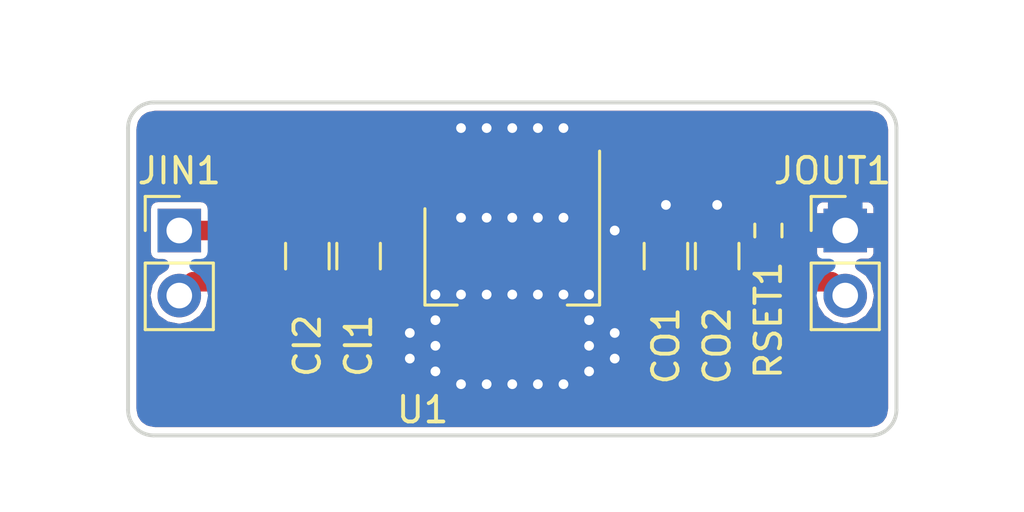
<source format=kicad_pcb>
(kicad_pcb (version 4) (host pcbnew 4.0.7)

  (general
    (links 14)
    (no_connects 0)
    (area 130 110 170.000001 130.000001)
    (thickness 1.6)
    (drawings 8)
    (tracks 101)
    (zones 0)
    (modules 8)
    (nets 5)
  )

  (page A4)
  (layers
    (0 F.Cu signal)
    (31 B.Cu signal)
    (32 B.Adhes user)
    (33 F.Adhes user)
    (34 B.Paste user)
    (35 F.Paste user)
    (36 B.SilkS user)
    (37 F.SilkS user)
    (38 B.Mask user)
    (39 F.Mask user)
    (40 Dwgs.User user)
    (41 Cmts.User user)
    (42 Eco1.User user)
    (43 Eco2.User user)
    (44 Edge.Cuts user)
    (45 Margin user)
    (46 B.CrtYd user)
    (47 F.CrtYd user)
    (48 B.Fab user)
    (49 F.Fab user)
  )

  (setup
    (last_trace_width 0.1524)
    (trace_clearance 0.1524)
    (zone_clearance 0.25)
    (zone_45_only no)
    (trace_min 0.1524)
    (segment_width 0.2)
    (edge_width 0.15)
    (via_size 0.508)
    (via_drill 0.254)
    (via_min_size 0.508)
    (via_min_drill 0.254)
    (uvia_size 0.3)
    (uvia_drill 0.1)
    (uvias_allowed no)
    (uvia_min_size 0.2)
    (uvia_min_drill 0.1)
    (pcb_text_width 0.3)
    (pcb_text_size 1.5 1.5)
    (mod_edge_width 0.15)
    (mod_text_size 1 1)
    (mod_text_width 0.15)
    (pad_size 1.524 1.524)
    (pad_drill 0.762)
    (pad_to_mask_clearance 0.2)
    (aux_axis_origin 150 120)
    (grid_origin 150 120)
    (visible_elements 7FFFFFFF)
    (pcbplotparams
      (layerselection 0x00030_80000001)
      (usegerberextensions false)
      (excludeedgelayer true)
      (linewidth 0.100000)
      (plotframeref false)
      (viasonmask false)
      (mode 1)
      (useauxorigin false)
      (hpglpennumber 1)
      (hpglpenspeed 20)
      (hpglpendiameter 15)
      (hpglpenoverlay 2)
      (psnegative false)
      (psa4output false)
      (plotreference true)
      (plotvalue true)
      (plotinvisibletext false)
      (padsonsilk false)
      (subtractmaskfromsilk false)
      (outputformat 1)
      (mirror false)
      (drillshape 1)
      (scaleselection 1)
      (outputdirectory ""))
  )

  (net 0 "")
  (net 1 GND)
  (net 2 /IN)
  (net 3 /OUT)
  (net 4 /SET)

  (net_class Default "This is the default net class."
    (clearance 0.1524)
    (trace_width 0.1524)
    (via_dia 0.508)
    (via_drill 0.254)
    (uvia_dia 0.3)
    (uvia_drill 0.1)
    (add_net /SET)
  )

  (net_class POWER ""
    (clearance 0.1524)
    (trace_width 0.762)
    (via_dia 0.762)
    (via_drill 0.381)
    (uvia_dia 0.3)
    (uvia_drill 0.1)
    (add_net /IN)
    (add_net /OUT)
    (add_net GND)
  )

  (module Capacitors_SMD:C_0805 (layer F.Cu) (tedit 58AA8463) (tstamp 5A2ABF64)
    (at 144 120 270)
    (descr "Capacitor SMD 0805, reflow soldering, AVX (see smccp.pdf)")
    (tags "capacitor 0805")
    (path /5A2A83B9)
    (attr smd)
    (fp_text reference CI1 (at 3.5 0 450) (layer F.SilkS)
      (effects (font (size 1 1) (thickness 0.15)))
    )
    (fp_text value 10uF (at 0 0 270) (layer F.Fab)
      (effects (font (size 1 1) (thickness 0.15)))
    )
    (fp_text user %R (at 0 -1.5 270) (layer F.Fab)
      (effects (font (size 1 1) (thickness 0.15)))
    )
    (fp_line (start -1 0.62) (end -1 -0.62) (layer F.Fab) (width 0.1))
    (fp_line (start 1 0.62) (end -1 0.62) (layer F.Fab) (width 0.1))
    (fp_line (start 1 -0.62) (end 1 0.62) (layer F.Fab) (width 0.1))
    (fp_line (start -1 -0.62) (end 1 -0.62) (layer F.Fab) (width 0.1))
    (fp_line (start 0.5 -0.85) (end -0.5 -0.85) (layer F.SilkS) (width 0.12))
    (fp_line (start -0.5 0.85) (end 0.5 0.85) (layer F.SilkS) (width 0.12))
    (fp_line (start -1.75 -0.88) (end 1.75 -0.88) (layer F.CrtYd) (width 0.05))
    (fp_line (start -1.75 -0.88) (end -1.75 0.87) (layer F.CrtYd) (width 0.05))
    (fp_line (start 1.75 0.87) (end 1.75 -0.88) (layer F.CrtYd) (width 0.05))
    (fp_line (start 1.75 0.87) (end -1.75 0.87) (layer F.CrtYd) (width 0.05))
    (pad 1 smd rect (at -1 0 270) (size 1 1.25) (layers F.Cu F.Paste F.Mask)
      (net 2 /IN))
    (pad 2 smd rect (at 1 0 270) (size 1 1.25) (layers F.Cu F.Paste F.Mask)
      (net 1 GND))
    (model Capacitors_SMD.3dshapes/C_0805.wrl
      (at (xyz 0 0 0))
      (scale (xyz 1 1 1))
      (rotate (xyz 0 0 0))
    )
  )

  (module Capacitors_SMD:C_0805 (layer F.Cu) (tedit 58AA8463) (tstamp 5A2ABF6A)
    (at 142 120 270)
    (descr "Capacitor SMD 0805, reflow soldering, AVX (see smccp.pdf)")
    (tags "capacitor 0805")
    (path /5A2A8133)
    (attr smd)
    (fp_text reference CI2 (at 3.5 0 450) (layer F.SilkS)
      (effects (font (size 1 1) (thickness 0.15)))
    )
    (fp_text value 10uF (at 0 0 270) (layer F.Fab)
      (effects (font (size 1 1) (thickness 0.15)))
    )
    (fp_text user %R (at 0 -1.5 270) (layer F.Fab)
      (effects (font (size 1 1) (thickness 0.15)))
    )
    (fp_line (start -1 0.62) (end -1 -0.62) (layer F.Fab) (width 0.1))
    (fp_line (start 1 0.62) (end -1 0.62) (layer F.Fab) (width 0.1))
    (fp_line (start 1 -0.62) (end 1 0.62) (layer F.Fab) (width 0.1))
    (fp_line (start -1 -0.62) (end 1 -0.62) (layer F.Fab) (width 0.1))
    (fp_line (start 0.5 -0.85) (end -0.5 -0.85) (layer F.SilkS) (width 0.12))
    (fp_line (start -0.5 0.85) (end 0.5 0.85) (layer F.SilkS) (width 0.12))
    (fp_line (start -1.75 -0.88) (end 1.75 -0.88) (layer F.CrtYd) (width 0.05))
    (fp_line (start -1.75 -0.88) (end -1.75 0.87) (layer F.CrtYd) (width 0.05))
    (fp_line (start 1.75 0.87) (end 1.75 -0.88) (layer F.CrtYd) (width 0.05))
    (fp_line (start 1.75 0.87) (end -1.75 0.87) (layer F.CrtYd) (width 0.05))
    (pad 1 smd rect (at -1 0 270) (size 1 1.25) (layers F.Cu F.Paste F.Mask)
      (net 2 /IN))
    (pad 2 smd rect (at 1 0 270) (size 1 1.25) (layers F.Cu F.Paste F.Mask)
      (net 1 GND))
    (model Capacitors_SMD.3dshapes/C_0805.wrl
      (at (xyz 0 0 0))
      (scale (xyz 1 1 1))
      (rotate (xyz 0 0 0))
    )
  )

  (module Capacitors_SMD:C_0805 (layer F.Cu) (tedit 58AA8463) (tstamp 5A2ABF70)
    (at 156 120 270)
    (descr "Capacitor SMD 0805, reflow soldering, AVX (see smccp.pdf)")
    (tags "capacitor 0805")
    (path /5A2A8423)
    (attr smd)
    (fp_text reference CO1 (at 3.5 0 270) (layer F.SilkS)
      (effects (font (size 1 1) (thickness 0.15)))
    )
    (fp_text value 10uF (at 0 0 270) (layer F.Fab)
      (effects (font (size 1 1) (thickness 0.15)))
    )
    (fp_text user %R (at 0 -1.5 270) (layer F.Fab)
      (effects (font (size 1 1) (thickness 0.15)))
    )
    (fp_line (start -1 0.62) (end -1 -0.62) (layer F.Fab) (width 0.1))
    (fp_line (start 1 0.62) (end -1 0.62) (layer F.Fab) (width 0.1))
    (fp_line (start 1 -0.62) (end 1 0.62) (layer F.Fab) (width 0.1))
    (fp_line (start -1 -0.62) (end 1 -0.62) (layer F.Fab) (width 0.1))
    (fp_line (start 0.5 -0.85) (end -0.5 -0.85) (layer F.SilkS) (width 0.12))
    (fp_line (start -0.5 0.85) (end 0.5 0.85) (layer F.SilkS) (width 0.12))
    (fp_line (start -1.75 -0.88) (end 1.75 -0.88) (layer F.CrtYd) (width 0.05))
    (fp_line (start -1.75 -0.88) (end -1.75 0.87) (layer F.CrtYd) (width 0.05))
    (fp_line (start 1.75 0.87) (end 1.75 -0.88) (layer F.CrtYd) (width 0.05))
    (fp_line (start 1.75 0.87) (end -1.75 0.87) (layer F.CrtYd) (width 0.05))
    (pad 1 smd rect (at -1 0 270) (size 1 1.25) (layers F.Cu F.Paste F.Mask)
      (net 3 /OUT))
    (pad 2 smd rect (at 1 0 270) (size 1 1.25) (layers F.Cu F.Paste F.Mask)
      (net 1 GND))
    (model Capacitors_SMD.3dshapes/C_0805.wrl
      (at (xyz 0 0 0))
      (scale (xyz 1 1 1))
      (rotate (xyz 0 0 0))
    )
  )

  (module Capacitors_SMD:C_0805 (layer F.Cu) (tedit 58AA8463) (tstamp 5A2ABF76)
    (at 158 120 270)
    (descr "Capacitor SMD 0805, reflow soldering, AVX (see smccp.pdf)")
    (tags "capacitor 0805")
    (path /5A2A8416)
    (attr smd)
    (fp_text reference CO2 (at 3.5 0 270) (layer F.SilkS)
      (effects (font (size 1 1) (thickness 0.15)))
    )
    (fp_text value 10uF (at 0 0 270) (layer F.Fab)
      (effects (font (size 1 1) (thickness 0.15)))
    )
    (fp_text user %R (at 0 -1.5 270) (layer F.Fab)
      (effects (font (size 1 1) (thickness 0.15)))
    )
    (fp_line (start -1 0.62) (end -1 -0.62) (layer F.Fab) (width 0.1))
    (fp_line (start 1 0.62) (end -1 0.62) (layer F.Fab) (width 0.1))
    (fp_line (start 1 -0.62) (end 1 0.62) (layer F.Fab) (width 0.1))
    (fp_line (start -1 -0.62) (end 1 -0.62) (layer F.Fab) (width 0.1))
    (fp_line (start 0.5 -0.85) (end -0.5 -0.85) (layer F.SilkS) (width 0.12))
    (fp_line (start -0.5 0.85) (end 0.5 0.85) (layer F.SilkS) (width 0.12))
    (fp_line (start -1.75 -0.88) (end 1.75 -0.88) (layer F.CrtYd) (width 0.05))
    (fp_line (start -1.75 -0.88) (end -1.75 0.87) (layer F.CrtYd) (width 0.05))
    (fp_line (start 1.75 0.87) (end 1.75 -0.88) (layer F.CrtYd) (width 0.05))
    (fp_line (start 1.75 0.87) (end -1.75 0.87) (layer F.CrtYd) (width 0.05))
    (pad 1 smd rect (at -1 0 270) (size 1 1.25) (layers F.Cu F.Paste F.Mask)
      (net 3 /OUT))
    (pad 2 smd rect (at 1 0 270) (size 1 1.25) (layers F.Cu F.Paste F.Mask)
      (net 1 GND))
    (model Capacitors_SMD.3dshapes/C_0805.wrl
      (at (xyz 0 0 0))
      (scale (xyz 1 1 1))
      (rotate (xyz 0 0 0))
    )
  )

  (module Pin_Headers:Pin_Header_Straight_1x02_Pitch2.54mm (layer F.Cu) (tedit 59650532) (tstamp 5A2ABF7C)
    (at 137 119)
    (descr "Through hole straight pin header, 1x02, 2.54mm pitch, single row")
    (tags "Through hole pin header THT 1x02 2.54mm single row")
    (path /5A2AC011)
    (fp_text reference JIN1 (at 0 -2.33) (layer F.SilkS)
      (effects (font (size 1 1) (thickness 0.15)))
    )
    (fp_text value Conn_01x02 (at 1 1 90) (layer F.Fab)
      (effects (font (size 1 1) (thickness 0.15)))
    )
    (fp_line (start -0.635 -1.27) (end 1.27 -1.27) (layer F.Fab) (width 0.1))
    (fp_line (start 1.27 -1.27) (end 1.27 3.81) (layer F.Fab) (width 0.1))
    (fp_line (start 1.27 3.81) (end -1.27 3.81) (layer F.Fab) (width 0.1))
    (fp_line (start -1.27 3.81) (end -1.27 -0.635) (layer F.Fab) (width 0.1))
    (fp_line (start -1.27 -0.635) (end -0.635 -1.27) (layer F.Fab) (width 0.1))
    (fp_line (start -1.33 3.87) (end 1.33 3.87) (layer F.SilkS) (width 0.12))
    (fp_line (start -1.33 1.27) (end -1.33 3.87) (layer F.SilkS) (width 0.12))
    (fp_line (start 1.33 1.27) (end 1.33 3.87) (layer F.SilkS) (width 0.12))
    (fp_line (start -1.33 1.27) (end 1.33 1.27) (layer F.SilkS) (width 0.12))
    (fp_line (start -1.33 0) (end -1.33 -1.33) (layer F.SilkS) (width 0.12))
    (fp_line (start -1.33 -1.33) (end 0 -1.33) (layer F.SilkS) (width 0.12))
    (fp_line (start -1.8 -1.8) (end -1.8 4.35) (layer F.CrtYd) (width 0.05))
    (fp_line (start -1.8 4.35) (end 1.8 4.35) (layer F.CrtYd) (width 0.05))
    (fp_line (start 1.8 4.35) (end 1.8 -1.8) (layer F.CrtYd) (width 0.05))
    (fp_line (start 1.8 -1.8) (end -1.8 -1.8) (layer F.CrtYd) (width 0.05))
    (fp_text user %R (at -0.5 1.27 90) (layer F.Fab)
      (effects (font (size 1 1) (thickness 0.15)))
    )
    (pad 1 thru_hole rect (at 0 0) (size 1.7 1.7) (drill 1) (layers *.Cu *.Mask)
      (net 2 /IN))
    (pad 2 thru_hole oval (at 0 2.54) (size 1.7 1.7) (drill 1) (layers *.Cu *.Mask)
      (net 1 GND))
    (model ${KISYS3DMOD}/Pin_Headers.3dshapes/Pin_Header_Straight_1x02_Pitch2.54mm.wrl
      (at (xyz 0 0 0))
      (scale (xyz 1 1 1))
      (rotate (xyz 0 0 0))
    )
  )

  (module Pin_Headers:Pin_Header_Straight_1x02_Pitch2.54mm (layer F.Cu) (tedit 59650532) (tstamp 5A2ABF82)
    (at 163 119)
    (descr "Through hole straight pin header, 1x02, 2.54mm pitch, single row")
    (tags "Through hole pin header THT 1x02 2.54mm single row")
    (path /5A2ABEC2)
    (fp_text reference JOUT1 (at -0.5 -2.33 180) (layer F.SilkS)
      (effects (font (size 1 1) (thickness 0.15)))
    )
    (fp_text value Conn_01x02 (at 1 1 90) (layer F.Fab)
      (effects (font (size 1 1) (thickness 0.15)))
    )
    (fp_line (start -0.635 -1.27) (end 1.27 -1.27) (layer F.Fab) (width 0.1))
    (fp_line (start 1.27 -1.27) (end 1.27 3.81) (layer F.Fab) (width 0.1))
    (fp_line (start 1.27 3.81) (end -1.27 3.81) (layer F.Fab) (width 0.1))
    (fp_line (start -1.27 3.81) (end -1.27 -0.635) (layer F.Fab) (width 0.1))
    (fp_line (start -1.27 -0.635) (end -0.635 -1.27) (layer F.Fab) (width 0.1))
    (fp_line (start -1.33 3.87) (end 1.33 3.87) (layer F.SilkS) (width 0.12))
    (fp_line (start -1.33 1.27) (end -1.33 3.87) (layer F.SilkS) (width 0.12))
    (fp_line (start 1.33 1.27) (end 1.33 3.87) (layer F.SilkS) (width 0.12))
    (fp_line (start -1.33 1.27) (end 1.33 1.27) (layer F.SilkS) (width 0.12))
    (fp_line (start -1.33 0) (end -1.33 -1.33) (layer F.SilkS) (width 0.12))
    (fp_line (start -1.33 -1.33) (end 0 -1.33) (layer F.SilkS) (width 0.12))
    (fp_line (start -1.8 -1.8) (end -1.8 4.35) (layer F.CrtYd) (width 0.05))
    (fp_line (start -1.8 4.35) (end 1.8 4.35) (layer F.CrtYd) (width 0.05))
    (fp_line (start 1.8 4.35) (end 1.8 -1.8) (layer F.CrtYd) (width 0.05))
    (fp_line (start 1.8 -1.8) (end -1.8 -1.8) (layer F.CrtYd) (width 0.05))
    (fp_text user %R (at -0.5 1 90) (layer F.Fab)
      (effects (font (size 1 1) (thickness 0.15)))
    )
    (pad 1 thru_hole rect (at 0 0) (size 1.7 1.7) (drill 1) (layers *.Cu *.Mask)
      (net 3 /OUT))
    (pad 2 thru_hole oval (at 0 2.54) (size 1.7 1.7) (drill 1) (layers *.Cu *.Mask)
      (net 1 GND))
    (model ${KISYS3DMOD}/Pin_Headers.3dshapes/Pin_Header_Straight_1x02_Pitch2.54mm.wrl
      (at (xyz 0 0 0))
      (scale (xyz 1 1 1))
      (rotate (xyz 0 0 0))
    )
  )

  (module Resistors_SMD:R_0402 (layer F.Cu) (tedit 58E0A804) (tstamp 5A2ABF88)
    (at 160 119 270)
    (descr "Resistor SMD 0402, reflow soldering, Vishay (see dcrcw.pdf)")
    (tags "resistor 0402")
    (path /5A2A8283)
    (attr smd)
    (fp_text reference RSET1 (at 3.5 0 270) (layer F.SilkS)
      (effects (font (size 1 1) (thickness 0.15)))
    )
    (fp_text value 99.999k (at 0 0 270) (layer F.Fab)
      (effects (font (size 1 1) (thickness 0.15)))
    )
    (fp_text user %R (at 0 -1.35 270) (layer F.Fab)
      (effects (font (size 1 1) (thickness 0.15)))
    )
    (fp_line (start -0.5 0.25) (end -0.5 -0.25) (layer F.Fab) (width 0.1))
    (fp_line (start 0.5 0.25) (end -0.5 0.25) (layer F.Fab) (width 0.1))
    (fp_line (start 0.5 -0.25) (end 0.5 0.25) (layer F.Fab) (width 0.1))
    (fp_line (start -0.5 -0.25) (end 0.5 -0.25) (layer F.Fab) (width 0.1))
    (fp_line (start 0.25 -0.53) (end -0.25 -0.53) (layer F.SilkS) (width 0.12))
    (fp_line (start -0.25 0.53) (end 0.25 0.53) (layer F.SilkS) (width 0.12))
    (fp_line (start -0.8 -0.45) (end 0.8 -0.45) (layer F.CrtYd) (width 0.05))
    (fp_line (start -0.8 -0.45) (end -0.8 0.45) (layer F.CrtYd) (width 0.05))
    (fp_line (start 0.8 0.45) (end 0.8 -0.45) (layer F.CrtYd) (width 0.05))
    (fp_line (start 0.8 0.45) (end -0.8 0.45) (layer F.CrtYd) (width 0.05))
    (pad 1 smd rect (at -0.45 0 270) (size 0.4 0.6) (layers F.Cu F.Paste F.Mask)
      (net 4 /SET))
    (pad 2 smd rect (at 0.45 0 270) (size 0.4 0.6) (layers F.Cu F.Paste F.Mask)
      (net 1 GND))
    (model ${KISYS3DMOD}/Resistors_SMD.3dshapes/R_0402.wrl
      (at (xyz 0 0 0))
      (scale (xyz 1 1 1))
      (rotate (xyz 0 0 0))
    )
  )

  (module TO_SOT_Packages_SMD:SOT-223 (layer F.Cu) (tedit 58CE4E7E) (tstamp 5A2ABF90)
    (at 150 120 270)
    (descr "module CMS SOT223 4 pins")
    (tags "CMS SOT")
    (path /5A2A8116)
    (attr smd)
    (fp_text reference U1 (at 6 3.5 360) (layer F.SilkS)
      (effects (font (size 1 1) (thickness 0.15)))
    )
    (fp_text value LT3080EST (at 1 0 360) (layer F.Fab)
      (effects (font (size 1 1) (thickness 0.15)))
    )
    (fp_text user %R (at -1 0 360) (layer F.Fab)
      (effects (font (size 0.8 0.8) (thickness 0.12)))
    )
    (fp_line (start -1.85 -2.3) (end -0.8 -3.35) (layer F.Fab) (width 0.1))
    (fp_line (start 1.91 3.41) (end 1.91 2.15) (layer F.SilkS) (width 0.12))
    (fp_line (start 1.91 -3.41) (end 1.91 -2.15) (layer F.SilkS) (width 0.12))
    (fp_line (start 4.4 -3.6) (end -4.4 -3.6) (layer F.CrtYd) (width 0.05))
    (fp_line (start 4.4 3.6) (end 4.4 -3.6) (layer F.CrtYd) (width 0.05))
    (fp_line (start -4.4 3.6) (end 4.4 3.6) (layer F.CrtYd) (width 0.05))
    (fp_line (start -4.4 -3.6) (end -4.4 3.6) (layer F.CrtYd) (width 0.05))
    (fp_line (start -1.85 -2.3) (end -1.85 3.35) (layer F.Fab) (width 0.1))
    (fp_line (start -1.85 3.41) (end 1.91 3.41) (layer F.SilkS) (width 0.12))
    (fp_line (start -0.8 -3.35) (end 1.85 -3.35) (layer F.Fab) (width 0.1))
    (fp_line (start -4.1 -3.41) (end 1.91 -3.41) (layer F.SilkS) (width 0.12))
    (fp_line (start -1.85 3.35) (end 1.85 3.35) (layer F.Fab) (width 0.1))
    (fp_line (start 1.85 -3.35) (end 1.85 3.35) (layer F.Fab) (width 0.1))
    (pad 4 smd rect (at 3.15 0 270) (size 2 3.8) (layers F.Cu F.Paste F.Mask)
      (net 3 /OUT))
    (pad 2 smd rect (at -3.15 0 270) (size 2 1.5) (layers F.Cu F.Paste F.Mask)
      (net 3 /OUT))
    (pad 3 smd rect (at -3.15 2.3 270) (size 2 1.5) (layers F.Cu F.Paste F.Mask)
      (net 2 /IN))
    (pad 1 smd rect (at -3.15 -2.3 270) (size 2 1.5) (layers F.Cu F.Paste F.Mask)
      (net 4 /SET))
    (model ${KISYS3DMOD}/TO_SOT_Packages_SMD.3dshapes/SOT-223.wrl
      (at (xyz 0 0 0))
      (scale (xyz 1 1 1))
      (rotate (xyz 0 0 0))
    )
  )

  (gr_line (start 135 115) (end 135 126) (layer Edge.Cuts) (width 0.15))
  (gr_line (start 165 115) (end 165 126) (layer Edge.Cuts) (width 0.15))
  (gr_arc (start 164 115) (end 164 114) (angle 90) (layer Edge.Cuts) (width 0.15))
  (gr_arc (start 136 126) (end 136 127) (angle 90) (layer Edge.Cuts) (width 0.15))
  (gr_arc (start 164 126) (end 165 126) (angle 90) (layer Edge.Cuts) (width 0.15))
  (gr_arc (start 136 115) (end 135 115) (angle 90) (layer Edge.Cuts) (width 0.15))
  (gr_line (start 164 127) (end 136 127) (layer Edge.Cuts) (width 0.15))
  (gr_line (start 136 114) (end 164 114) (layer Edge.Cuts) (width 0.15))

  (segment (start 146.387 120) (end 153.613 120) (width 0.762) (layer F.Cu) (net 1))
  (segment (start 153.613 120) (end 154.613 121) (width 0.762) (layer F.Cu) (net 1))
  (segment (start 154.613 121) (end 156 121) (width 0.762) (layer F.Cu) (net 1))
  (segment (start 144 121) (end 145.387 121) (width 0.762) (layer F.Cu) (net 1))
  (segment (start 145.387 121) (end 146.387 120) (width 0.762) (layer F.Cu) (net 1))
  (segment (start 160 121) (end 160.5 121) (width 0.762) (layer F.Cu) (net 1))
  (segment (start 160.5 121) (end 162.46 121) (width 0.762) (layer F.Cu) (net 1))
  (segment (start 160 120.5) (end 160.5 121) (width 0.1524) (layer F.Cu) (net 1))
  (segment (start 160 120.5) (end 160 121) (width 0.1524) (layer F.Cu) (net 1))
  (segment (start 160 119.45) (end 160 120.5) (width 0.1524) (layer F.Cu) (net 1))
  (segment (start 160 120.5) (end 159.5 121) (width 0.1524) (layer F.Cu) (net 1))
  (segment (start 158 121) (end 159.5 121) (width 0.762) (layer F.Cu) (net 1))
  (segment (start 159.5 121) (end 160 121) (width 0.762) (layer F.Cu) (net 1))
  (segment (start 162.46 121) (end 163 121.54) (width 0.762) (layer F.Cu) (net 1))
  (segment (start 142 121) (end 137.54 121) (width 0.762) (layer F.Cu) (net 1))
  (segment (start 137.54 121) (end 137 121.54) (width 0.762) (layer F.Cu) (net 1))
  (segment (start 156 121) (end 158 121) (width 0.762) (layer F.Cu) (net 1))
  (segment (start 142 121) (end 144 121) (width 0.762) (layer F.Cu) (net 1))
  (segment (start 144 119) (end 145.55 119) (width 0.762) (layer F.Cu) (net 2))
  (segment (start 145.55 119) (end 147.7 116.85) (width 0.762) (layer F.Cu) (net 2))
  (segment (start 142 119) (end 144 119) (width 0.762) (layer F.Cu) (net 2))
  (segment (start 137 119) (end 142 119) (width 0.762) (layer F.Cu) (net 2))
  (segment (start 154 123) (end 154 124) (width 0.762) (layer F.Cu) (net 3))
  (via (at 154 124) (size 0.762) (drill 0.381) (layers F.Cu B.Cu) (net 3))
  (segment (start 146 123) (end 146 124) (width 0.762) (layer F.Cu) (net 3))
  (via (at 146 124) (size 0.762) (drill 0.381) (layers F.Cu B.Cu) (net 3))
  (segment (start 153 123.5) (end 153.5 123.5) (width 0.762) (layer F.Cu) (net 3))
  (segment (start 153.5 123.5) (end 154 123) (width 0.762) (layer F.Cu) (net 3))
  (via (at 154 123) (size 0.762) (drill 0.381) (layers F.Cu B.Cu) (net 3))
  (segment (start 147 123.5) (end 146.5 123.5) (width 0.762) (layer F.Cu) (net 3))
  (segment (start 146.5 123.5) (end 146 123) (width 0.762) (layer F.Cu) (net 3))
  (via (at 146 123) (size 0.762) (drill 0.381) (layers F.Cu B.Cu) (net 3))
  (segment (start 150.388 119) (end 154 119) (width 0.762) (layer F.Cu) (net 3))
  (segment (start 156 119) (end 154 119) (width 0.762) (layer F.Cu) (net 3))
  (via (at 154 119) (size 0.762) (drill 0.381) (layers F.Cu B.Cu) (net 3))
  (segment (start 158 119) (end 158 118) (width 0.762) (layer F.Cu) (net 3))
  (via (at 158 118) (size 0.762) (drill 0.381) (layers F.Cu B.Cu) (net 3))
  (segment (start 156 119) (end 156 118) (width 0.762) (layer F.Cu) (net 3))
  (via (at 156 118) (size 0.762) (drill 0.381) (layers F.Cu B.Cu) (net 3))
  (segment (start 151 125) (end 152 125) (width 0.762) (layer F.Cu) (net 3))
  (via (at 152 125) (size 0.762) (drill 0.381) (layers F.Cu B.Cu) (net 3))
  (segment (start 153 123.5) (end 153 124.5) (width 0.762) (layer F.Cu) (net 3))
  (via (at 153 124.5) (size 0.762) (drill 0.381) (layers F.Cu B.Cu) (net 3))
  (segment (start 153 122.5) (end 153 121.5) (width 0.762) (layer F.Cu) (net 3))
  (via (at 153 121.5) (size 0.762) (drill 0.381) (layers F.Cu B.Cu) (net 3))
  (segment (start 153 123.5) (end 153 122.5) (width 0.762) (layer F.Cu) (net 3))
  (via (at 153 122.5) (size 0.762) (drill 0.381) (layers F.Cu B.Cu) (net 3))
  (segment (start 150 123.15) (end 152.65 123.15) (width 0.762) (layer F.Cu) (net 3))
  (segment (start 152.65 123.15) (end 153 123.5) (width 0.762) (layer F.Cu) (net 3))
  (via (at 153 123.5) (size 0.762) (drill 0.381) (layers F.Cu B.Cu) (net 3))
  (segment (start 147 122.5) (end 147 121.5) (width 0.762) (layer F.Cu) (net 3))
  (via (at 147 121.5) (size 0.762) (drill 0.381) (layers F.Cu B.Cu) (net 3))
  (segment (start 150 125) (end 151 125) (width 0.762) (layer F.Cu) (net 3))
  (via (at 151 125) (size 0.762) (drill 0.381) (layers F.Cu B.Cu) (net 3))
  (segment (start 149 125) (end 148 125) (width 0.762) (layer F.Cu) (net 3))
  (via (at 148 125) (size 0.762) (drill 0.381) (layers F.Cu B.Cu) (net 3))
  (segment (start 150 125) (end 149 125) (width 0.762) (layer F.Cu) (net 3))
  (via (at 149 125) (size 0.762) (drill 0.381) (layers F.Cu B.Cu) (net 3))
  (segment (start 150 123.15) (end 150 125) (width 0.762) (layer F.Cu) (net 3))
  (via (at 150 125) (size 0.762) (drill 0.381) (layers F.Cu B.Cu) (net 3))
  (segment (start 147 123.5) (end 147 124.5) (width 0.762) (layer F.Cu) (net 3))
  (via (at 147 124.5) (size 0.762) (drill 0.381) (layers F.Cu B.Cu) (net 3))
  (segment (start 147 123.5) (end 147 122.5) (width 0.762) (layer F.Cu) (net 3))
  (via (at 147 122.5) (size 0.762) (drill 0.381) (layers F.Cu B.Cu) (net 3))
  (segment (start 150 123.15) (end 147.35 123.15) (width 0.762) (layer F.Cu) (net 3))
  (segment (start 147.35 123.15) (end 147 123.5) (width 0.762) (layer F.Cu) (net 3))
  (via (at 147 123.5) (size 0.762) (drill 0.381) (layers F.Cu B.Cu) (net 3))
  (segment (start 151 121.5) (end 152 121.5) (width 0.762) (layer F.Cu) (net 3))
  (via (at 152 121.5) (size 0.762) (drill 0.381) (layers F.Cu B.Cu) (net 3))
  (segment (start 150 121.5) (end 151 121.5) (width 0.762) (layer F.Cu) (net 3))
  (via (at 151 121.5) (size 0.762) (drill 0.381) (layers F.Cu B.Cu) (net 3))
  (segment (start 149 121.5) (end 148 121.5) (width 0.762) (layer F.Cu) (net 3))
  (via (at 148 121.5) (size 0.762) (drill 0.381) (layers F.Cu B.Cu) (net 3))
  (segment (start 150 121.5) (end 149 121.5) (width 0.762) (layer F.Cu) (net 3))
  (via (at 149 121.5) (size 0.762) (drill 0.381) (layers F.Cu B.Cu) (net 3))
  (segment (start 150 123.15) (end 150 121.5) (width 0.762) (layer F.Cu) (net 3))
  (via (at 150 121.5) (size 0.762) (drill 0.381) (layers F.Cu B.Cu) (net 3))
  (segment (start 151 118.5) (end 152 118.5) (width 0.762) (layer F.Cu) (net 3))
  (via (at 152 118.5) (size 0.762) (drill 0.381) (layers F.Cu B.Cu) (net 3))
  (segment (start 151 115) (end 152 115) (width 0.762) (layer F.Cu) (net 3))
  (via (at 152 115) (size 0.762) (drill 0.381) (layers F.Cu B.Cu) (net 3))
  (via (at 148 115) (size 0.762) (drill 0.381) (layers F.Cu B.Cu) (net 3))
  (segment (start 149 115) (end 148 115) (width 0.762) (layer F.Cu) (net 3))
  (segment (start 149 118.5) (end 148 118.5) (width 0.762) (layer F.Cu) (net 3))
  (via (at 148 118.5) (size 0.762) (drill 0.381) (layers F.Cu B.Cu) (net 3))
  (segment (start 150 118.5) (end 151 118.5) (width 0.762) (layer F.Cu) (net 3))
  (via (at 151 118.5) (size 0.762) (drill 0.381) (layers F.Cu B.Cu) (net 3))
  (segment (start 150 118.5) (end 149 118.5) (width 0.762) (layer F.Cu) (net 3))
  (via (at 149 118.5) (size 0.762) (drill 0.381) (layers F.Cu B.Cu) (net 3))
  (segment (start 150 116.85) (end 150 118.5) (width 0.762) (layer F.Cu) (net 3))
  (via (at 150 118.5) (size 0.762) (drill 0.381) (layers F.Cu B.Cu) (net 3))
  (segment (start 150 115) (end 151 115) (width 0.762) (layer F.Cu) (net 3))
  (via (at 151 115) (size 0.762) (drill 0.381) (layers F.Cu B.Cu) (net 3))
  (via (at 149 115) (size 0.762) (drill 0.381) (layers F.Cu B.Cu) (net 3))
  (segment (start 150 115) (end 149 115) (width 0.762) (layer F.Cu) (net 3))
  (segment (start 150 116.85) (end 150 115) (width 0.762) (layer F.Cu) (net 3))
  (via (at 150 115) (size 0.762) (drill 0.381) (layers F.Cu B.Cu) (net 3))
  (segment (start 156 119) (end 158 119) (width 0.762) (layer F.Cu) (net 3))
  (segment (start 160 117.5) (end 160 118.55) (width 0.1524) (layer F.Cu) (net 4))
  (segment (start 159.35 116.85) (end 160 117.5) (width 0.1524) (layer F.Cu) (net 4))
  (segment (start 152.3 116.85) (end 159.35 116.85) (width 0.1524) (layer F.Cu) (net 4))

  (zone (net 3) (net_name /OUT) (layer F.Cu) (tstamp 0) (hatch edge 0.508)
    (connect_pads (clearance 0.25))
    (min_thickness 0.5)
    (fill yes (arc_segments 16) (thermal_gap 0.25) (thermal_bridge_width 1.5) (smoothing fillet) (radius 0.5))
    (polygon
      (pts
        (xy 130 110) (xy 130 130) (xy 170 130) (xy 170 110)
      )
    )
    (filled_polygon
      (pts
        (xy 164.15833 114.617759) (xy 164.292555 114.707445) (xy 164.382241 114.841669) (xy 164.425 115.056634) (xy 164.425 125.943366)
        (xy 164.382241 126.158331) (xy 164.292555 126.292555) (xy 164.15833 126.382241) (xy 163.943366 126.425) (xy 136.056634 126.425)
        (xy 135.841669 126.382241) (xy 135.707445 126.292555) (xy 135.617759 126.15833) (xy 135.575 125.943366) (xy 135.575 123.775)
        (xy 147.6 123.775) (xy 147.6 124.249456) (xy 147.67612 124.433227) (xy 147.816773 124.573879) (xy 148.000544 124.65)
        (xy 149.375 124.65) (xy 149.5 124.525) (xy 149.5 123.65) (xy 150.5 123.65) (xy 150.5 124.525)
        (xy 150.625 124.65) (xy 151.999456 124.65) (xy 152.183227 124.573879) (xy 152.32388 124.433227) (xy 152.4 124.249456)
        (xy 152.4 123.775) (xy 152.275 123.65) (xy 150.5 123.65) (xy 149.5 123.65) (xy 147.725 123.65)
        (xy 147.6 123.775) (xy 135.575 123.775) (xy 135.575 121.54) (xy 135.623552 121.54) (xy 135.726315 122.056623)
        (xy 136.018958 122.494594) (xy 136.456929 122.787237) (xy 136.973552 122.89) (xy 137.026448 122.89) (xy 137.543071 122.787237)
        (xy 137.981042 122.494594) (xy 138.273685 122.056623) (xy 138.274894 122.050544) (xy 147.6 122.050544) (xy 147.6 122.525)
        (xy 147.725 122.65) (xy 149.5 122.65) (xy 149.5 121.775) (xy 150.5 121.775) (xy 150.5 122.65)
        (xy 152.275 122.65) (xy 152.4 122.525) (xy 152.4 122.050544) (xy 152.32388 121.866773) (xy 152.183227 121.726121)
        (xy 151.999456 121.65) (xy 150.625 121.65) (xy 150.5 121.775) (xy 149.5 121.775) (xy 149.375 121.65)
        (xy 148.000544 121.65) (xy 147.816773 121.726121) (xy 147.67612 121.866773) (xy 147.6 122.050544) (xy 138.274894 122.050544)
        (xy 138.308619 121.881) (xy 141.046947 121.881) (xy 141.176661 121.96963) (xy 141.375 122.009795) (xy 142.625 122.009795)
        (xy 142.810289 121.974931) (xy 142.956261 121.881) (xy 143.046947 121.881) (xy 143.176661 121.96963) (xy 143.375 122.009795)
        (xy 144.625 122.009795) (xy 144.810289 121.974931) (xy 144.956261 121.881) (xy 145.387 121.881) (xy 145.724144 121.813938)
        (xy 146.009961 121.622961) (xy 146.751922 120.881) (xy 153.248078 120.881) (xy 153.990039 121.622961) (xy 154.275856 121.813938)
        (xy 154.613 121.881) (xy 155.046947 121.881) (xy 155.176661 121.96963) (xy 155.375 122.009795) (xy 156.625 122.009795)
        (xy 156.810289 121.974931) (xy 156.956261 121.881) (xy 157.046947 121.881) (xy 157.176661 121.96963) (xy 157.375 122.009795)
        (xy 158.625 122.009795) (xy 158.810289 121.974931) (xy 158.956261 121.881) (xy 161.691381 121.881) (xy 161.726315 122.056623)
        (xy 162.018958 122.494594) (xy 162.456929 122.787237) (xy 162.973552 122.89) (xy 163.026448 122.89) (xy 163.543071 122.787237)
        (xy 163.981042 122.494594) (xy 164.273685 122.056623) (xy 164.376448 121.54) (xy 164.273685 121.023377) (xy 163.981042 120.585406)
        (xy 163.628732 120.35) (xy 163.949456 120.35) (xy 164.133227 120.27388) (xy 164.273879 120.133227) (xy 164.35 119.949456)
        (xy 164.35 119.55) (xy 164.225 119.425) (xy 163.425 119.425) (xy 163.425 119.52) (xy 162.575 119.52)
        (xy 162.575 119.425) (xy 161.775 119.425) (xy 161.65 119.55) (xy 161.65 119.949456) (xy 161.720228 120.119)
        (xy 160.5762 120.119) (xy 160.5762 120.066431) (xy 160.655465 120.015425) (xy 160.76963 119.848339) (xy 160.809795 119.65)
        (xy 160.809795 119.25) (xy 160.774931 119.064711) (xy 160.733795 119.000785) (xy 160.76963 118.948339) (xy 160.809795 118.75)
        (xy 160.809795 118.35) (xy 160.774931 118.164711) (xy 160.701467 118.050544) (xy 161.65 118.050544) (xy 161.65 118.45)
        (xy 161.775 118.575) (xy 162.575 118.575) (xy 162.575 117.775) (xy 163.425 117.775) (xy 163.425 118.575)
        (xy 164.225 118.575) (xy 164.35 118.45) (xy 164.35 118.050544) (xy 164.273879 117.866773) (xy 164.133227 117.72612)
        (xy 163.949456 117.65) (xy 163.55 117.65) (xy 163.425 117.775) (xy 162.575 117.775) (xy 162.45 117.65)
        (xy 162.050544 117.65) (xy 161.866773 117.72612) (xy 161.726121 117.866773) (xy 161.65 118.050544) (xy 160.701467 118.050544)
        (xy 160.665425 117.994535) (xy 160.5762 117.93357) (xy 160.5762 117.5) (xy 160.532339 117.279498) (xy 160.407435 117.092565)
        (xy 159.757435 116.442565) (xy 159.570502 116.317661) (xy 159.35 116.2738) (xy 153.559795 116.2738) (xy 153.559795 115.85)
        (xy 153.524931 115.664711) (xy 153.415425 115.494535) (xy 153.248339 115.38037) (xy 153.05 115.340205) (xy 151.55 115.340205)
        (xy 151.364711 115.375069) (xy 151.194535 115.484575) (xy 151.152785 115.545678) (xy 151.033227 115.426121) (xy 150.849456 115.35)
        (xy 150.5 115.35) (xy 150.375 115.475) (xy 150.375 116.35) (xy 150.52 116.35) (xy 150.52 117.35)
        (xy 150.375 117.35) (xy 150.375 118.225) (xy 150.5 118.35) (xy 150.849456 118.35) (xy 151.033227 118.273879)
        (xy 151.152104 118.155003) (xy 151.184575 118.205465) (xy 151.351661 118.31963) (xy 151.55 118.359795) (xy 153.05 118.359795)
        (xy 153.235289 118.324931) (xy 153.405465 118.215425) (xy 153.51963 118.048339) (xy 153.559795 117.85) (xy 153.559795 117.4262)
        (xy 159.11133 117.4262) (xy 159.4238 117.73867) (xy 159.4238 117.933569) (xy 159.344535 117.984575) (xy 159.23037 118.151661)
        (xy 159.190205 118.35) (xy 159.190205 118.75) (xy 159.225069 118.935289) (xy 159.266205 118.999215) (xy 159.23037 119.051661)
        (xy 159.190205 119.25) (xy 159.190205 119.65) (xy 159.225069 119.835289) (xy 159.334575 120.005465) (xy 159.4238 120.06643)
        (xy 159.4238 120.119) (xy 158.953053 120.119) (xy 158.823339 120.03037) (xy 158.673369 120) (xy 158.724456 120)
        (xy 158.908227 119.923879) (xy 159.04888 119.783227) (xy 159.125 119.599456) (xy 159.125 119.375) (xy 159 119.25)
        (xy 158.3125 119.25) (xy 158.3125 119.5) (xy 157.6875 119.5) (xy 157.6875 119.25) (xy 156.3125 119.25)
        (xy 156.3125 119.5) (xy 155.6875 119.5) (xy 155.6875 119.25) (xy 155 119.25) (xy 154.875 119.375)
        (xy 154.875 119.599456) (xy 154.95112 119.783227) (xy 155.091773 119.923879) (xy 155.275544 120) (xy 155.322943 120)
        (xy 155.189711 120.025069) (xy 155.043739 120.119) (xy 154.977922 120.119) (xy 154.235961 119.377039) (xy 153.950144 119.186062)
        (xy 153.613 119.119) (xy 146.676922 119.119) (xy 147.395378 118.400544) (xy 154.875 118.400544) (xy 154.875 118.625)
        (xy 155 118.75) (xy 155.6875 118.75) (xy 155.6875 118.125) (xy 156.3125 118.125) (xy 156.3125 118.75)
        (xy 157.6875 118.75) (xy 157.6875 118.125) (xy 158.3125 118.125) (xy 158.3125 118.75) (xy 159 118.75)
        (xy 159.125 118.625) (xy 159.125 118.400544) (xy 159.04888 118.216773) (xy 158.908227 118.076121) (xy 158.724456 118)
        (xy 158.4375 118) (xy 158.3125 118.125) (xy 157.6875 118.125) (xy 157.5625 118) (xy 157.275544 118)
        (xy 157.091773 118.076121) (xy 157 118.167893) (xy 156.908227 118.076121) (xy 156.724456 118) (xy 156.4375 118)
        (xy 156.3125 118.125) (xy 155.6875 118.125) (xy 155.5625 118) (xy 155.275544 118) (xy 155.091773 118.076121)
        (xy 154.95112 118.216773) (xy 154.875 118.400544) (xy 147.395378 118.400544) (xy 147.436127 118.359795) (xy 148.45 118.359795)
        (xy 148.635289 118.324931) (xy 148.805465 118.215425) (xy 148.847215 118.154322) (xy 148.966773 118.273879) (xy 149.150544 118.35)
        (xy 149.5 118.35) (xy 149.625 118.225) (xy 149.625 117.35) (xy 149.48 117.35) (xy 149.48 116.35)
        (xy 149.625 116.35) (xy 149.625 115.475) (xy 149.5 115.35) (xy 149.150544 115.35) (xy 148.966773 115.426121)
        (xy 148.847896 115.544997) (xy 148.815425 115.494535) (xy 148.648339 115.38037) (xy 148.45 115.340205) (xy 146.95 115.340205)
        (xy 146.764711 115.375069) (xy 146.594535 115.484575) (xy 146.48037 115.651661) (xy 146.440205 115.85) (xy 146.440205 116.863873)
        (xy 145.185078 118.119) (xy 144.953053 118.119) (xy 144.823339 118.03037) (xy 144.625 117.990205) (xy 143.375 117.990205)
        (xy 143.189711 118.025069) (xy 143.043739 118.119) (xy 142.953053 118.119) (xy 142.823339 118.03037) (xy 142.625 117.990205)
        (xy 141.375 117.990205) (xy 141.189711 118.025069) (xy 141.043739 118.119) (xy 138.353962 118.119) (xy 138.324931 117.964711)
        (xy 138.215425 117.794535) (xy 138.048339 117.68037) (xy 137.85 117.640205) (xy 136.15 117.640205) (xy 135.964711 117.675069)
        (xy 135.794535 117.784575) (xy 135.68037 117.951661) (xy 135.640205 118.15) (xy 135.640205 119.85) (xy 135.675069 120.035289)
        (xy 135.784575 120.205465) (xy 135.951661 120.31963) (xy 136.15 120.359795) (xy 136.356609 120.359795) (xy 136.018958 120.585406)
        (xy 135.726315 121.023377) (xy 135.623552 121.54) (xy 135.575 121.54) (xy 135.575 115.056634) (xy 135.617759 114.84167)
        (xy 135.707445 114.707445) (xy 135.841669 114.617759) (xy 136.056634 114.575) (xy 163.943366 114.575)
      )
    )
  )
  (zone (net 3) (net_name /OUT) (layer B.Cu) (tstamp 0) (hatch edge 0.508)
    (connect_pads (clearance 0.25))
    (min_thickness 0.5)
    (fill yes (arc_segments 16) (thermal_gap 0.25) (thermal_bridge_width 1.5) (smoothing fillet) (radius 0.5))
    (polygon
      (pts
        (xy 130 110) (xy 130 130) (xy 170 130) (xy 170 110)
      )
    )
    (filled_polygon
      (pts
        (xy 164.15833 114.617759) (xy 164.292555 114.707445) (xy 164.382241 114.841669) (xy 164.425 115.056634) (xy 164.425 125.943366)
        (xy 164.382241 126.158331) (xy 164.292555 126.292555) (xy 164.15833 126.382241) (xy 163.943366 126.425) (xy 136.056634 126.425)
        (xy 135.841669 126.382241) (xy 135.707445 126.292555) (xy 135.617759 126.15833) (xy 135.575 125.943366) (xy 135.575 121.54)
        (xy 135.623552 121.54) (xy 135.726315 122.056623) (xy 136.018958 122.494594) (xy 136.456929 122.787237) (xy 136.973552 122.89)
        (xy 137.026448 122.89) (xy 137.543071 122.787237) (xy 137.981042 122.494594) (xy 138.273685 122.056623) (xy 138.376448 121.54)
        (xy 161.623552 121.54) (xy 161.726315 122.056623) (xy 162.018958 122.494594) (xy 162.456929 122.787237) (xy 162.973552 122.89)
        (xy 163.026448 122.89) (xy 163.543071 122.787237) (xy 163.981042 122.494594) (xy 164.273685 122.056623) (xy 164.376448 121.54)
        (xy 164.273685 121.023377) (xy 163.981042 120.585406) (xy 163.628732 120.35) (xy 163.949456 120.35) (xy 164.133227 120.27388)
        (xy 164.273879 120.133227) (xy 164.35 119.949456) (xy 164.35 119.55) (xy 164.225 119.425) (xy 163.425 119.425)
        (xy 163.425 119.52) (xy 162.575 119.52) (xy 162.575 119.425) (xy 161.775 119.425) (xy 161.65 119.55)
        (xy 161.65 119.949456) (xy 161.726121 120.133227) (xy 161.866773 120.27388) (xy 162.050544 120.35) (xy 162.371268 120.35)
        (xy 162.018958 120.585406) (xy 161.726315 121.023377) (xy 161.623552 121.54) (xy 138.376448 121.54) (xy 138.273685 121.023377)
        (xy 137.981042 120.585406) (xy 137.643391 120.359795) (xy 137.85 120.359795) (xy 138.035289 120.324931) (xy 138.205465 120.215425)
        (xy 138.31963 120.048339) (xy 138.359795 119.85) (xy 138.359795 118.15) (xy 138.341082 118.050544) (xy 161.65 118.050544)
        (xy 161.65 118.45) (xy 161.775 118.575) (xy 162.575 118.575) (xy 162.575 117.775) (xy 163.425 117.775)
        (xy 163.425 118.575) (xy 164.225 118.575) (xy 164.35 118.45) (xy 164.35 118.050544) (xy 164.273879 117.866773)
        (xy 164.133227 117.72612) (xy 163.949456 117.65) (xy 163.55 117.65) (xy 163.425 117.775) (xy 162.575 117.775)
        (xy 162.45 117.65) (xy 162.050544 117.65) (xy 161.866773 117.72612) (xy 161.726121 117.866773) (xy 161.65 118.050544)
        (xy 138.341082 118.050544) (xy 138.324931 117.964711) (xy 138.215425 117.794535) (xy 138.048339 117.68037) (xy 137.85 117.640205)
        (xy 136.15 117.640205) (xy 135.964711 117.675069) (xy 135.794535 117.784575) (xy 135.68037 117.951661) (xy 135.640205 118.15)
        (xy 135.640205 119.85) (xy 135.675069 120.035289) (xy 135.784575 120.205465) (xy 135.951661 120.31963) (xy 136.15 120.359795)
        (xy 136.356609 120.359795) (xy 136.018958 120.585406) (xy 135.726315 121.023377) (xy 135.623552 121.54) (xy 135.575 121.54)
        (xy 135.575 115.056634) (xy 135.617759 114.84167) (xy 135.707445 114.707445) (xy 135.841669 114.617759) (xy 136.056634 114.575)
        (xy 163.943366 114.575)
      )
    )
  )
)

</source>
